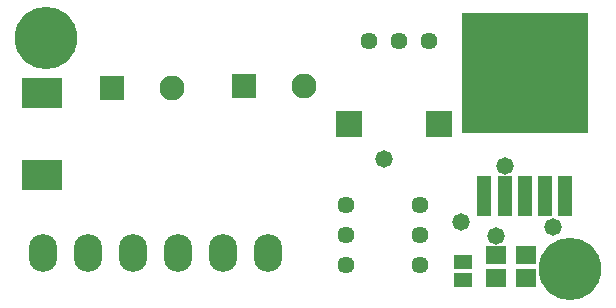
<source format=gts>
G04*
G04 #@! TF.GenerationSoftware,Altium Limited,Altium Designer,22.3.1 (43)*
G04*
G04 Layer_Color=8388736*
%FSLAX25Y25*%
%MOIN*%
G70*
G04*
G04 #@! TF.SameCoordinates,E78762D2-B51B-4B12-9D3C-234BF7CF4557*
G04*
G04*
G04 #@! TF.FilePolarity,Negative*
G04*
G01*
G75*
%ADD21R,0.13792X0.10249*%
%ADD22R,0.08674X0.08674*%
%ADD23R,0.06312X0.05131*%
%ADD24R,0.06706X0.06312*%
%ADD25R,0.04934X0.13398*%
%ADD26R,0.41942X0.40170*%
%ADD27C,0.20800*%
%ADD28O,0.09461X0.12611*%
%ADD29R,0.08280X0.08280*%
%ADD30C,0.08280*%
%ADD31C,0.05682*%
%ADD32C,0.05800*%
D21*
X10000Y42500D02*
D03*
Y69862D02*
D03*
D22*
X142500Y59500D02*
D03*
X112500D02*
D03*
D23*
X150500Y13500D02*
D03*
Y7594D02*
D03*
D24*
X161500Y15937D02*
D03*
Y8063D02*
D03*
X171500Y15874D02*
D03*
Y8000D02*
D03*
D25*
X157614Y35500D02*
D03*
X164307D02*
D03*
X171000D02*
D03*
X177693D02*
D03*
X184386D02*
D03*
D26*
X171000Y76500D02*
D03*
D27*
X186220Y11000D02*
D03*
X11417Y88189D02*
D03*
D28*
X10500Y16500D02*
D03*
X40500D02*
D03*
X70500D02*
D03*
X85500D02*
D03*
X55500D02*
D03*
X25500D02*
D03*
D29*
X33500Y71500D02*
D03*
X77500Y72000D02*
D03*
D30*
X53500Y71500D02*
D03*
X97500Y72000D02*
D03*
D31*
X119000Y87000D02*
D03*
X129000D02*
D03*
X139000D02*
D03*
X111500Y32500D02*
D03*
Y22500D02*
D03*
Y12500D02*
D03*
X136000Y32500D02*
D03*
Y22500D02*
D03*
Y12500D02*
D03*
D32*
X180300Y25000D02*
D03*
X164307Y45400D02*
D03*
X124100Y47900D02*
D03*
X161500Y22200D02*
D03*
X149700Y26800D02*
D03*
M02*

</source>
